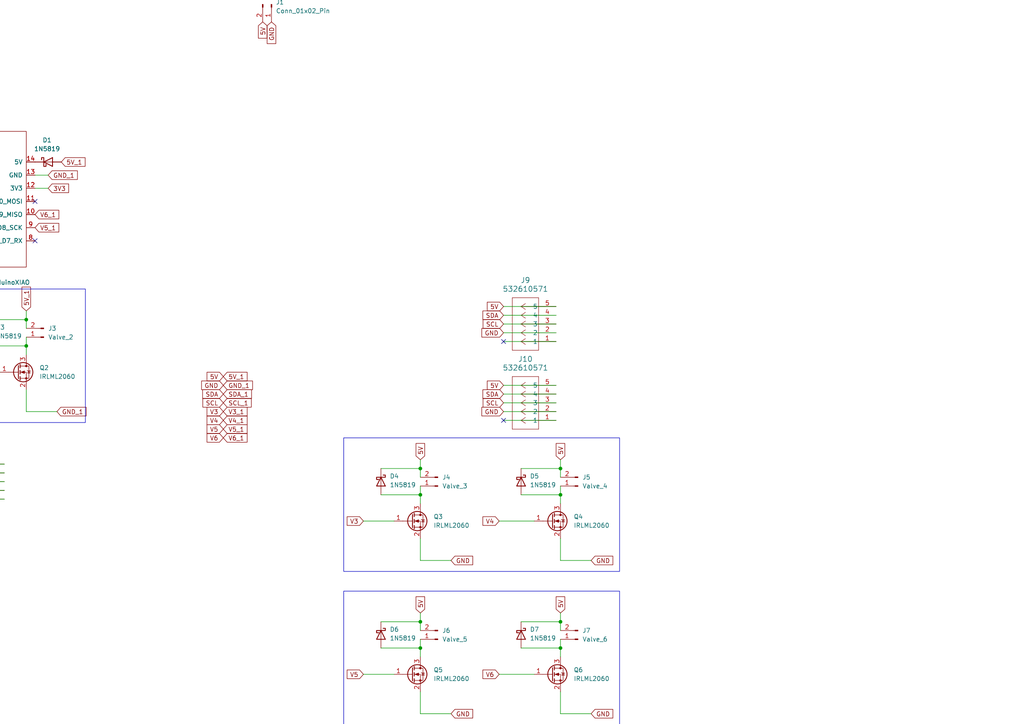
<source format=kicad_sch>
(kicad_sch (version 20250114) (generator "eeschema") (generator_version "9.0")
  (paper "A4")
  (lib_symbols
    (symbol "Connector:Conn_01x02_Pin" (pin_names (offset 1.016) (hide yes))
      (property "Reference" "J" (at 0 2.54 0))
      (property "Value" "Conn_01x02_Pin" (at 0 -5.08 0))
      (symbol "Conn_01x02_Pin_1_1"
        (rectangle (start 0.8636 0.127) (end 0 -0.127) (stroke (width 0.1524)) (fill (type outline)))
        (rectangle (start 0.8636 -2.413) (end 0 -2.667) (stroke (width 0.1524)) (fill (type outline)))
        (polyline (pts (xy 1.27 0) (xy 0.8636 0)) (stroke (width 0.1524)))
        (polyline (pts (xy 1.27 -2.54) (xy 0.8636 -2.54)) (stroke (width 0.1524)))
        (pin passive line (at 5.08 0 180) (length 3.81) (name "Pin_1") (number "1"))
        (pin passive line (at 5.08 -2.54 180) (length 3.81) (name "Pin_2") (number "2"))
      )
    )
    (symbol "Device:R" (pin_numbers (hide yes)) (pin_names (offset 0))
      (property "Reference" "R" (at 2.032 0 90))
      (property "Value" "R" (at 0 0 90))
      (symbol "R_0_1"
        (rectangle (start -1.016 -2.54) (end 1.016 2.54) (stroke (width 0.254)))
      )
      (symbol "R_1_1"
        (pin passive line (at 0 3.81 270) (length 1.27) (name "~") (number "1"))
        (pin passive line (at 0 -3.81 90) (length 1.27) (name "~") (number "2"))
      )
    )
    (symbol "Diode:1N5819" (pin_numbers (hide yes)) (pin_names (offset 1.016) (hide yes))
      (property "Reference" "D" (at 0 2.54 0))
      (property "Value" "1N5819" (at 0 -2.54 0))
      (symbol "1N5819_0_1"
        (polyline (pts (xy -1.905 0.635) (xy -1.905 1.27) (xy -1.27 1.27) (xy -1.27 -1.27) (xy -0.635 -1.27) (xy -0.635 -0.635)) (stroke (width 0.254)))
        (polyline (pts (xy 1.27 1.27) (xy 1.27 -1.27) (xy -1.27 0) (xy 1.27 1.27)) (stroke (width 0.254)))
        (polyline (pts (xy 1.27 0) (xy -1.27 0)))
      )
      (symbol "1N5819_1_1"
        (pin passive line (at -3.81 0 0) (length 2.54) (name "K") (number "1"))
        (pin passive line (at 3.81 0 180) (length 2.54) (name "A") (number "2"))
      )
    )
    (symbol "Driver_Haptic:532610571" (pin_names (offset 0.254))
      (property "Reference" "J" (at 8.89 6.35 0))
      (property "Value" "532610571" (at 0 0 0))
      (symbol "532610571_1_1"
        (polyline (pts (xy 5.08 2.54) (xy 5.08 -12.7)) (stroke (width 0.127)))
        (polyline (pts (xy 5.08 -12.7) (xy 12.7 -12.7)) (stroke (width 0.127)))
        (polyline (pts (xy 10.16 0) (xy 5.08 0)) (stroke (width 0.127)))
        (polyline (pts (xy 10.16 0) (xy 8.89 0.8467)) (stroke (width 0.127)))
        (polyline (pts (xy 10.16 0) (xy 8.89 -0.8467)) (stroke (width 0.127)))
        (polyline (pts (xy 10.16 -2.54) (xy 5.08 -2.54)) (stroke (width 0.127)))
        (polyline (pts (xy 10.16 -2.54) (xy 8.89 -1.6933)) (stroke (width 0.127)))
        (polyline (pts (xy 10.16 -2.54) (xy 8.89 -3.3867)) (stroke (width 0.127)))
        (polyline (pts (xy 10.16 -5.08) (xy 5.08 -5.08)) (stroke (width 0.127)))
        (polyline (pts (xy 10.16 -5.08) (xy 8.89 -4.2333)) (stroke (width 0.127)))
        (polyline (pts (xy 10.16 -5.08) (xy 8.89 -5.9267)) (stroke (width 0.127)))
        (polyline (pts (xy 10.16 -7.62) (xy 5.08 -7.62)) (stroke (width 0.127)))
        (polyline (pts (xy 10.16 -7.62) (xy 8.89 -6.7733)) (stroke (width 0.127)))
        (polyline (pts (xy 10.16 -7.62) (xy 8.89 -8.4667)) (stroke (width 0.127)))
        (polyline (pts (xy 10.16 -10.16) (xy 5.08 -10.16)) (stroke (width 0.127)))
        (polyline (pts (xy 10.16 -10.16) (xy 8.89 -9.3133)) (stroke (width 0.127)))
        (polyline (pts (xy 10.16 -10.16) (xy 8.89 -11.0067)) (stroke (width 0.127)))
        (polyline (pts (xy 12.7 2.54) (xy 5.08 2.54)) (stroke (width 0.127)))
        (polyline (pts (xy 12.7 -12.7) (xy 12.7 2.54)) (stroke (width 0.127)))
        (pin unspecified line (at 0 0 0) (length 5.08) (name "1") (number "1"))
        (pin unspecified line (at 0 -2.54 0) (length 5.08) (name "2") (number "2"))
        (pin unspecified line (at 0 -5.08 0) (length 5.08) (name "3") (number "3"))
        (pin unspecified line (at 0 -7.62 0) (length 5.08) (name "4") (number "4"))
        (pin unspecified line (at 0 -10.16 0) (length 5.08) (name "5") (number "5"))
      )
      (symbol "532610571_1_2"
        (polyline (pts (xy 5.08 2.54) (xy 5.08 -12.7)) (stroke (width 0.127)))
        (polyline (pts (xy 5.08 -12.7) (xy 12.7 -12.7)) (stroke (width 0.127)))
        (polyline (pts (xy 7.62 0) (xy 5.08 0)) (stroke (width 0.127)))
        (polyline (pts (xy 7.62 0) (xy 8.89 0.8467)) (stroke (width 0.127)))
        (polyline (pts (xy 7.62 0) (xy 8.89 -0.8467)) (stroke (width 0.127)))
        (polyline (pts (xy 7.62 -2.54) (xy 5.08 -2.54)) (stroke (width 0.127)))
        (polyline (pts (xy 7.62 -2.54) (xy 8.89 -1.6933)) (stroke (width 0.127)))
        (polyline (pts (xy 7.62 -2.54) (xy 8.89 -3.3867)) (stroke (width 0.127)))
        (polyline (pts (xy 7.62 -5.08) (xy 5.08 -5.08)) (stroke (width 0.127)))
        (polyline (pts (xy 7.62 -5.08) (xy 8.89 -4.2333)) (stroke (width 0.127)))
        (polyline (pts (xy 7.62 -5.08) (xy 8.89 -5.9267)) (stroke (width 0.127)))
        (polyline (pts (xy 7.62 -7.62) (xy 5.08 -7.62)) (stroke (width 0.127)))
        (polyline (pts (xy 7.62 -7.62) (xy 8.89 -6.7733)) (stroke (width 0.127)))
        (polyline (pts (xy 7.62 -7.62) (xy 8.89 -8.4667)) (stroke (width 0.127)))
        (polyline (pts (xy 7.62 -10.16) (xy 5.08 -10.16)) (stroke (width 0.127)))
        (polyline (pts (xy 7.62 -10.16) (xy 8.89 -9.3133)) (stroke (width 0.127)))
        (polyline (pts (xy 7.62 -10.16) (xy 8.89 -11.0067)) (stroke (width 0.127)))
        (polyline (pts (xy 12.7 2.54) (xy 5.08 2.54)) (stroke (width 0.127)))
        (polyline (pts (xy 12.7 -12.7) (xy 12.7 2.54)) (stroke (width 0.127)))
        (pin unspecified line (at 0 0 0) (length 5.08) (name "1") (number "1"))
        (pin unspecified line (at 0 -2.54 0) (length 5.08) (name "2") (number "2"))
        (pin unspecified line (at 0 -5.08 0) (length 5.08) (name "3") (number "3"))
        (pin unspecified line (at 0 -7.62 0) (length 5.08) (name "4") (number "4"))
        (pin unspecified line (at 0 -10.16 0) (length 5.08) (name "5") (number "5"))
      )
    )
    (symbol "Transistor_FET:IRLML2060" (pin_names (hide yes))
      (property "Reference" "Q" (at 5.08 1.905 0))
      (property "Value" "IRLML2060" (at 5.08 0 0))
      (symbol "IRLML2060_0_1"
        (polyline (pts (xy 0.254 1.905) (xy 0.254 -1.905)) (stroke (width 0.254)))
        (polyline (pts (xy 0.254 0) (xy -2.54 0)))
        (polyline (pts (xy 0.762 2.286) (xy 0.762 1.27)) (stroke (width 0.254)))
        (polyline (pts (xy 0.762 0.508) (xy 0.762 -0.508)) (stroke (width 0.254)))
        (polyline (pts (xy 0.762 -1.27) (xy 0.762 -2.286)) (stroke (width 0.254)))
        (polyline (pts (xy 0.762 -1.778) (xy 3.302 -1.778) (xy 3.302 1.778) (xy 0.762 1.778)))
        (polyline (pts (xy 1.016 0) (xy 2.032 0.381) (xy 2.032 -0.381) (xy 1.016 0)) (fill (type outline)))
        (circle (center 1.651 0) (radius 2.794) (stroke (width 0.254)))
        (polyline (pts (xy 2.54 2.54) (xy 2.54 1.778)))
        (circle (center 2.54 1.778) (radius 0.254) (fill (type outline)))
        (circle (center 2.54 -1.778) (radius 0.254) (fill (type outline)))
        (polyline (pts (xy 2.54 -2.54) (xy 2.54 0) (xy 0.762 0)))
        (polyline (pts (xy 2.794 0.508) (xy 2.921 0.381) (xy 3.683 0.381) (xy 3.81 0.254)))
        (polyline (pts (xy 3.302 0.381) (xy 2.921 -0.254) (xy 3.683 -0.254) (xy 3.302 0.381)))
      )
      (symbol "IRLML2060_1_1"
        (pin input line (at -5.08 0 0) (length 2.54) (name "G") (number "1"))
        (pin passive line (at 2.54 5.08 270) (length 2.54) (name "D") (number "3"))
        (pin passive line (at 2.54 -5.08 90) (length 2.54) (name "S") (number "2"))
      )
    )
    (symbol "Xiao:SeeeduinoXIAO" (pin_names (offset 1.016))
      (property "Reference" "U" (at -19.05 22.86 0))
      (property "Value" "SeeeduinoXIAO" (at -12.7 21.59 0))
      (symbol "SeeeduinoXIAO_0_1"
        (rectangle (start -19.05 20.32) (end 17.78 -19.05))
      )
      (symbol "SeeeduinoXIAO_1_1"
        (pin unspecified line (at -21.59 11.43 0) (length 2.54) (name "PA02_A0_D0") (number "1"))
        (pin unspecified line (at -21.59 7.62 0) (length 2.54) (name "PA4_A1_D1") (number "2"))
        (pin unspecified line (at -21.59 3.81 0) (length 2.54) (name "PA10_A2_D2") (number "3"))
        (pin unspecified line (at -21.59 0 0) (length 2.54) (name "PA11_A3_D3") (number "4"))
        (pin unspecified line (at -21.59 -3.81 0) (length 2.54) (name "PA8_A4_D4_SDA") (number "5"))
        (pin unspecified line (at -21.59 -7.62 0) (length 2.54) (name "PA9_A5_D5_SCL") (number "6"))
        (pin unspecified line (at -21.59 -11.43 0) (length 2.54) (name "PB08_A6_D6_TX") (number "7"))
        (pin input line (at -5.08 22.86 270) (length 2.54) (name "PA31_SWDIO") (number "17"))
        (pin input line (at -2.54 -21.59 90) (length 2.54) (name "5V") (number "15"))
        (pin input line (at -1.27 22.86 270) (length 2.54) (name "PA30_SWCLK") (number "18"))
        (pin input line (at 2.54 22.86 270) (length 2.54) (name "RESET") (number "19"))
        (pin input line (at 2.54 -21.59 90) (length 2.54) (name "GND") (number "16"))
        (pin input line (at 6.35 22.86 270) (length 2.54) (name "GND") (number "20"))
        (pin unspecified line (at 20.32 11.43 180) (length 2.54) (name "5V") (number "14"))
        (pin unspecified line (at 20.32 7.62 180) (length 2.54) (name "GND") (number "13"))
        (pin unspecified line (at 20.32 3.81 180) (length 2.54) (name "3V3") (number "12"))
        (pin unspecified line (at 20.32 0 180) (length 2.54) (name "PA6_A10_D10_MOSI") (number "11"))
        (pin unspecified line (at 20.32 -3.81 180) (length 2.54) (name "PA5_A9_D9_MISO") (number "10"))
        (pin unspecified line (at 20.32 -7.62 180) (length 2.54) (name "PA7_A8_D8_SCK") (number "9"))
        (pin unspecified line (at 20.32 -11.43 180) (length 2.54) (name "PB09_A7_D7_RX") (number "8"))
      )
    )
  )
  (rectangle (start -55.245 83.82) (end 24.765 122.555))
  (rectangle (start 99.695 127) (end 179.705 165.735))
  (rectangle (start 99.695 171.45) (end 179.705 210.185))
  (junction (at -39.37 66.04))
  (junction (at 121.92 187.96))
  (junction (at 121.92 135.89))
  (junction (at 162.56 143.51))
  (junction (at 162.56 135.89))
  (junction (at 121.92 180.34))
  (junction (at 7.62 92.71))
  (junction (at 121.92 143.51))
  (junction (at -33.02 100.33))
  (junction (at -33.02 92.71))
  (junction (at 7.62 100.33))
  (junction (at 162.56 187.96))
  (junction (at -46.99 62.23))
  (junction (at 162.56 180.34))
  (no_connect (at -12.7 80.01))
  (no_connect (at -31.75 69.85))
  (no_connect (at -11.43 35.56))
  (no_connect (at 146.05 99.06))
  (no_connect (at 10.16 69.85))
  (no_connect (at 146.05 121.92))
  (no_connect (at -15.24 35.56))
  (no_connect (at -13.97 144.78))
  (no_connect (at -7.62 35.56))
  (no_connect (at -3.81 35.56))
  (no_connect (at 10.16 58.42))
  (no_connect (at -7.62 80.01))
  (wire (pts (xy 7.62 113.03) (xy 7.62 119.38)))
  (wire (pts (xy 105.41 151.13) (xy 114.3 151.13)))
  (wire (pts (xy -33.02 100.33) (xy -33.02 102.87)))
  (wire (pts (xy 105.41 195.58) (xy 114.3 195.58)))
  (wire (pts (xy 162.56 133.35) (xy 162.56 135.89)))
  (wire (pts (xy 162.56 177.8) (xy 162.56 180.34)))
  (wire (pts (xy 161.29 88.9) (xy 146.05 88.9)))
  (wire (pts (xy 121.92 140.97) (xy 121.92 143.51)))
  (wire (pts (xy 121.92 187.96) (xy 121.92 190.5)))
  (wire (pts (xy 13.97 50.8) (xy 10.16 50.8)))
  (wire (pts (xy -49.53 107.95) (xy -40.64 107.95)))
  (wire (pts (xy 121.92 156.21) (xy 121.92 162.56)))
  (wire (pts (xy 110.49 187.96) (xy 121.92 187.96)))
  (wire (pts (xy 110.49 180.34) (xy 121.92 180.34)))
  (wire (pts (xy -33.02 113.03) (xy -33.02 119.38)))
  (wire (pts (xy 161.29 99.06) (xy 146.05 99.06)))
  (wire (pts (xy 162.56 180.34) (xy 162.56 182.88)))
  (wire (pts (xy 162.56 187.96) (xy 162.56 190.5)))
  (wire (pts (xy 1.27 139.7) (xy -13.97 139.7)))
  (wire (pts (xy 13.97 54.61) (xy 10.16 54.61)))
  (wire (pts (xy -10.16 107.95) (xy 0 107.95)))
  (wire (pts (xy 161.29 114.3) (xy 146.05 114.3)))
  (wire (pts (xy 121.92 185.42) (xy 121.92 187.96)))
  (wire (pts (xy 121.92 133.35) (xy 121.92 135.89)))
  (wire (pts (xy 1.27 144.78) (xy -13.97 144.78)))
  (wire (pts (xy 161.29 121.92) (xy 146.05 121.92)))
  (wire (pts (xy -3.81 92.71) (xy 7.62 92.71)))
  (wire (pts (xy 162.56 200.66) (xy 162.56 207.01)))
  (wire (pts (xy 162.56 135.89) (xy 162.56 138.43)))
  (wire (pts (xy 121.92 207.01) (xy 130.81 207.01)))
  (wire (pts (xy 151.13 143.51) (xy 162.56 143.51)))
  (wire (pts (xy 7.62 100.33) (xy 7.62 102.87)))
  (wire (pts (xy 7.62 90.17) (xy 7.62 92.71)))
  (wire (pts (xy -33.02 92.71) (xy -33.02 95.25)))
  (wire (pts (xy 121.92 162.56) (xy 130.81 162.56)))
  (wire (pts (xy 161.29 119.38) (xy 146.05 119.38)))
  (wire (pts (xy 7.62 97.79) (xy 7.62 100.33)))
  (wire (pts (xy 1.27 137.16) (xy -13.97 137.16)))
  (wire (pts (xy -44.45 100.33) (xy -33.02 100.33)))
  (wire (pts (xy -33.02 97.79) (xy -33.02 100.33)))
  (wire (pts (xy -49.53 62.23) (xy -46.99 62.23)))
  (wire (pts (xy 161.29 96.52) (xy 146.05 96.52)))
  (wire (pts (xy 162.56 140.97) (xy 162.56 143.51)))
  (wire (pts (xy -46.99 62.23) (xy -31.75 62.23)))
  (wire (pts (xy -33.02 90.17) (xy -33.02 92.71)))
  (wire (pts (xy 161.29 111.76) (xy 146.05 111.76)))
  (wire (pts (xy 121.92 200.66) (xy 121.92 207.01)))
  (wire (pts (xy 110.49 143.51) (xy 121.92 143.51)))
  (wire (pts (xy 144.78 195.58) (xy 154.94 195.58)))
  (wire (pts (xy 144.78 151.13) (xy 154.94 151.13)))
  (wire (pts (xy 162.56 185.42) (xy 162.56 187.96)))
  (wire (pts (xy 161.29 91.44) (xy 146.05 91.44)))
  (wire (pts (xy 7.62 92.71) (xy 7.62 95.25)))
  (wire (pts (xy -33.02 119.38) (xy -24.13 119.38)))
  (wire (pts (xy 162.56 156.21) (xy 162.56 162.56)))
  (wire (pts (xy 151.13 180.34) (xy 162.56 180.34)))
  (wire (pts (xy -3.81 100.33) (xy 7.62 100.33)))
  (wire (pts (xy -49.53 66.04) (xy -39.37 66.04)))
  (wire (pts (xy 161.29 93.98) (xy 146.05 93.98)))
  (wire (pts (xy 151.13 135.89) (xy 162.56 135.89)))
  (wire (pts (xy 121.92 180.34) (xy 121.92 182.88)))
  (wire (pts (xy 162.56 143.51) (xy 162.56 146.05)))
  (wire (pts (xy 1.27 142.24) (xy -13.97 142.24)))
  (wire (pts (xy 1.27 134.62) (xy -13.97 134.62)))
  (wire (pts (xy 121.92 177.8) (xy 121.92 180.34)))
  (wire (pts (xy 161.29 116.84) (xy 146.05 116.84)))
  (wire (pts (xy 162.56 162.56) (xy 171.45 162.56)))
  (wire (pts (xy 121.92 135.89) (xy 121.92 138.43)))
  (wire (pts (xy 121.92 143.51) (xy 121.92 146.05)))
  (wire (pts (xy 151.13 187.96) (xy 162.56 187.96)))
  (wire (pts (xy -39.37 66.04) (xy -31.75 66.04)))
  (wire (pts (xy 110.49 135.89) (xy 121.92 135.89)))
  (wire (pts (xy -44.45 92.71) (xy -33.02 92.71)))
  (wire (pts (xy 162.56 207.01) (xy 171.45 207.01)))
  (wire (pts (xy 7.62 119.38) (xy 16.51 119.38)))
  (global_label "GND" (shape input) (at 64.77 111.76 180) (property "Intersheetrefs" "${INTERSHEET_REFS}" (effects (hide yes))))
  (global_label "GND" (shape input) (at 130.81 162.56 0) (property "Intersheetrefs" "${INTERSHEET_REFS}" (effects (hide yes))))
  (global_label "V4_1" (shape input) (at 64.77 121.92 0) (property "Intersheetrefs" "${INTERSHEET_REFS}" (effects (hide yes))))
  (global_label "V6" (shape input) (at 144.78 195.58 180) (property "Intersheetrefs" "${INTERSHEET_REFS}" (effects (hide yes))))
  (global_label "3V3" (shape input) (at 13.97 54.61 0) (property "Intersheetrefs" "${INTERSHEET_REFS}" (effects (hide yes))))
  (global_label "SCL_1" (shape input) (at -49.53 66.04 180) (property "Intersheetrefs" "${INTERSHEET_REFS}" (effects (hide yes))))
  (global_label "V4" (shape input) (at 64.77 121.92 180) (property "Intersheetrefs" "${INTERSHEET_REFS}" (effects (hide yes))))
  (global_label "5V" (shape input) (at 64.77 109.22 180) (property "Intersheetrefs" "${INTERSHEET_REFS}" (effects (hide yes))))
  (global_label "5V" (shape input) (at 121.92 177.8 90) (property "Intersheetrefs" "${INTERSHEET_REFS}" (effects (hide yes))))
  (global_label "V6" (shape input) (at 64.77 127 180) (property "Intersheetrefs" "${INTERSHEET_REFS}" (effects (hide yes))))
  (global_label "SCL" (shape input) (at 146.05 116.84 180) (property "Intersheetrefs" "${INTERSHEET_REFS}" (effects (hide yes))))
  (global_label "GND" (shape input) (at 171.45 162.56 0) (property "Intersheetrefs" "${INTERSHEET_REFS}" (effects (hide yes))))
  (global_label "V3" (shape input) (at 105.41 151.13 180) (property "Intersheetrefs" "${INTERSHEET_REFS}" (effects (hide yes))))
  (global_label "V1" (shape input) (at -49.53 107.95 180) (property "Intersheetrefs" "${INTERSHEET_REFS}" (effects (hide yes))))
  (global_label "SCL" (shape input) (at 146.05 93.98 180) (property "Intersheetrefs" "${INTERSHEET_REFS}" (effects (hide yes))))
  (global_label "V5_1" (shape input) (at 10.16 66.04 0) (property "Intersheetrefs" "${INTERSHEET_REFS}" (effects (hide yes))))
  (global_label "GND_1" (shape input) (at 64.77 111.76 0) (property "Intersheetrefs" "${INTERSHEET_REFS}" (effects (hide yes))))
  (global_label "GND" (shape input) (at 130.81 207.01 0) (property "Intersheetrefs" "${INTERSHEET_REFS}" (effects (hide yes))))
  (global_label "5V_1" (shape input) (at -13.97 134.62 180) (property "Intersheetrefs" "${INTERSHEET_REFS}" (effects (hide yes))))
  (global_label "GND" (shape input) (at 78.74 6.35 270) (property "Intersheetrefs" "${INTERSHEET_REFS}" (effects (hide yes))))
  (global_label "GND_1" (shape input) (at 13.97 50.8 0) (property "Intersheetrefs" "${INTERSHEET_REFS}" (effects (hide yes))))
  (global_label "V4" (shape input) (at 144.78 151.13 180) (property "Intersheetrefs" "${INTERSHEET_REFS}" (effects (hide yes))))
  (global_label "3V3" (shape input) (at -39.37 58.42 90) (property "Intersheetrefs" "${INTERSHEET_REFS}" (effects (hide yes))))
  (global_label "5V" (shape input) (at 162.56 133.35 90) (property "Intersheetrefs" "${INTERSHEET_REFS}" (effects (hide yes))))
  (global_label "V3" (shape input) (at 64.77 119.38 180) (property "Intersheetrefs" "${INTERSHEET_REFS}" (effects (hide yes))))
  (global_label "V5_1" (shape input) (at 64.77 124.46 0) (property "Intersheetrefs" "${INTERSHEET_REFS}" (effects (hide yes))))
  (global_label "SCL_1" (shape input) (at 64.77 116.84 0) (property "Intersheetrefs" "${INTERSHEET_REFS}" (effects (hide yes))))
  (global_label "5V_1" (shape input) (at 64.77 109.22 0) (property "Intersheetrefs" "${INTERSHEET_REFS}" (effects (hide yes))))
  (global_label "V5" (shape input) (at 105.41 195.58 180) (property "Intersheetrefs" "${INTERSHEET_REFS}" (effects (hide yes))))
  (global_label "5V_1" (shape input) (at 17.78 46.99 0) (property "Intersheetrefs" "${INTERSHEET_REFS}" (effects (hide yes))))
  (global_label "GND_1" (shape input) (at 16.51 119.38 0) (property "Intersheetrefs" "${INTERSHEET_REFS}" (effects (hide yes))))
  (global_label "SDA" (shape input) (at 146.05 91.44 180) (property "Intersheetrefs" "${INTERSHEET_REFS}" (effects (hide yes))))
  (global_label "GND" (shape input) (at 146.05 119.38 180) (property "Intersheetrefs" "${INTERSHEET_REFS}" (effects (hide yes))))
  (global_label "SDA_1" (shape input) (at 64.77 114.3 0) (property "Intersheetrefs" "${INTERSHEET_REFS}" (effects (hide yes))))
  (global_label "GND" (shape input) (at 171.45 207.01 0) (property "Intersheetrefs" "${INTERSHEET_REFS}" (effects (hide yes))))
  (global_label "5V" (shape input) (at 146.05 111.76 180) (property "Intersheetrefs" "${INTERSHEET_REFS}" (effects (hide yes))))
  (global_label "GND_1" (shape input) (at -24.13 119.38 0) (property "Intersheetrefs" "${INTERSHEET_REFS}" (effects (hide yes))))
  (global_label "V1" (shape input) (at -31.75 46.99 180) (property "Intersheetrefs" "${INTERSHEET_REFS}" (effects (hide yes))))
  (global_label "SCL" (shape input) (at 64.77 116.84 180) (property "Intersheetrefs" "${INTERSHEET_REFS}" (effects (hide yes))))
  (global_label "5V" (shape input) (at 121.92 133.35 90) (property "Intersheetrefs" "${INTERSHEET_REFS}" (effects (hide yes))))
  (global_label "GND" (shape input) (at 146.05 96.52 180) (property "Intersheetrefs" "${INTERSHEET_REFS}" (effects (hide yes))))
  (global_label "SDA" (shape input) (at 64.77 114.3 180) (property "Intersheetrefs" "${INTERSHEET_REFS}" (effects (hide yes))))
  (global_label "5V" (shape input) (at 162.56 177.8 90) (property "Intersheetrefs" "${INTERSHEET_REFS}" (effects (hide yes))))
  (global_label "V6_1" (shape input) (at 64.77 127 0) (property "Intersheetrefs" "${INTERSHEET_REFS}" (effects (hide yes))))
  (global_label "SDA" (shape input) (at 146.05 114.3 180) (property "Intersheetrefs" "${INTERSHEET_REFS}" (effects (hide yes))))
  (global_label "5V_1" (shape input) (at 7.62 90.17 90) (property "Intersheetrefs" "${INTERSHEET_REFS}" (effects (hide yes))))
  (global_label "SDA_1" (shape input) (at -49.53 62.23 180) (property "Intersheetrefs" "${INTERSHEET_REFS}" (effects (hide yes))))
  (global_label "V5" (shape input) (at 64.77 124.46 180) (property "Intersheetrefs" "${INTERSHEET_REFS}" (effects (hide yes))))
  (global_label "V3_1" (shape input) (at -31.75 54.61 180) (property "Intersheetrefs" "${INTERSHEET_REFS}" (effects (hide yes))))
  (global_label "GND_1" (shape input) (at -13.97 142.24 180) (property "Intersheetrefs" "${INTERSHEET_REFS}" (effects (hide yes))))
  (global_label "V6_1" (shape input) (at 10.16 62.23 0) (property "Intersheetrefs" "${INTERSHEET_REFS}" (effects (hide yes))))
  (global_label "V2" (shape input) (at -31.75 50.8 180) (property "Intersheetrefs" "${INTERSHEET_REFS}" (effects (hide yes))))
  (global_label "V3_1" (shape input) (at 64.77 119.38 0) (property "Intersheetrefs" "${INTERSHEET_REFS}" (effects (hide yes))))
  (global_label "V2" (shape input) (at -10.16 107.95 180) (property "Intersheetrefs" "${INTERSHEET_REFS}" (effects (hide yes))))
  (global_label "5V" (shape input) (at 146.05 88.9 180) (property "Intersheetrefs" "${INTERSHEET_REFS}" (effects (hide yes))))
  (global_label "5V" (shape input) (at 76.2 6.35 270) (property "Intersheetrefs" "${INTERSHEET_REFS}" (effects (hide yes))))
  (global_label "SCL_1" (shape input) (at -13.97 139.7 180) (property "Intersheetrefs" "${INTERSHEET_REFS}" (effects (hide yes))))
  (global_label "5V_1" (shape input) (at -33.02 90.17 90) (property "Intersheetrefs" "${INTERSHEET_REFS}" (effects (hide yes))))
  (global_label "3V3" (shape input) (at -46.99 54.61 90) (property "Intersheetrefs" "${INTERSHEET_REFS}" (effects (hide yes))))
  (global_label "V4_1" (shape input) (at -31.75 58.42 180) (property "Intersheetrefs" "${INTERSHEET_REFS}" (effects (hide yes))))
  (global_label "SDA_1" (shape input) (at -13.97 137.16 180) (property "Intersheetrefs" "${INTERSHEET_REFS}" (effects (hide yes))))
  (symbol (lib_id "Transistor_FET:IRLML2060") (at 119.38 195.58 0) (unit 1)
    (property "Reference" "Q5" (at 125.73 194.31 0) (effects (justify left)))
    (property "Value" "IRLML2060" (at 125.73 196.85 0) (effects (justify left)))
    (property "Footprint" "Package_TO_SOT_SMD:SOT-23" (effects (hide yes)))
    (property "Datasheet" "https://www.infineon.com/dgdl/irlml2060pbf.pdf?fileId=5546d462533600a401535664b7fb25ee" (effects (hide yes)))
  )
  (symbol (lib_id "Xiao:SeeeduinoXIAO") (at -10.16 58.42 0) (unit 1)
    (property "Reference" "U2" (at -5.4259 79.375 0) (effects (justify left)))
    (property "Value" "SeeeduinoXIAO" (at -5.4259 81.915 0) (effects (justify left)))
    (property "Footprint" "XIAO-ESP32S3:XIAO-ESP32S3-SMD" (effects (hide yes)))
  )
  (symbol (lib_id "Transistor_FET:IRLML2060") (at -35.56 107.95 0) (unit 1)
    (property "Reference" "Q1" (at -29.21 106.68 0) (effects (justify left)))
    (property "Value" "IRLML2060" (at -29.21 109.22 0) (effects (justify left)))
    (property "Footprint" "Package_TO_SOT_SMD:SOT-23" (effects (hide yes)))
    (property "Datasheet" "https://www.infineon.com/dgdl/irlml2060pbf.pdf?fileId=5546d462533600a401535664b7fb25ee" (effects (hide yes)))
  )
  (symbol (lib_id "Driver_Haptic:532610571") (at 161.29 121.92 180) (unit 1)
    (property "Reference" "J10" (at 152.4 104.14 0) (effects (font (size 1.524 1.524))))
    (property "Value" "532610571" (at 152.4 106.68 0) (effects (font (size 1.524 1.524))))
    (property "Footprint" "Pneumatactors:CONN_532610001-SD_05_MOL" (effects (hide yes)))
    (property "Datasheet" "532610571" (effects (hide yes)))
  )
  (symbol (lib_id "Diode:1N5819") (at 110.49 139.7 270) (unit 1)
    (property "Reference" "D4" (at 113.03 138.1124 90) (effects (justify left)))
    (property "Value" "1N5819" (at 113.03 140.6524 90) (effects (justify left)))
    (property "Footprint" "Diode_SMD:D_SMA" (effects (hide yes)))
    (property "Datasheet" "http://www.vishay.com/docs/88525/1n5817.pdf" (effects (hide yes)))
    (property "Description" "40V 1A Schottky Barrier Rectifier Diode, DO-41" (effects (hide yes)))
    (property "Sim.Device" "D" (effects (hide yes)))
    (property "Sim.Pins" "1=K 2=A" (effects (hide yes)))
  )
  (symbol (lib_id "Driver_Haptic:532610571") (at 1.27 144.78 180) (unit 1)
    (property "Reference" "J8" (at -7.62 127 0) (effects (font (size 1.524 1.524))))
    (property "Value" "532610571" (at -7.62 129.54 0) (effects (font (size 1.524 1.524))))
    (property "Footprint" "Pneumatactors:CONN_532610001-SD_05_MOL" (effects (hide yes)))
    (property "Datasheet" "532610571" (effects (hide yes)))
  )
  (symbol (lib_id "Device:R") (at -39.37 62.23 180) (unit 1)
    (property "Reference" "R2" (at -36.83 60.9599 0) (effects (justify right)))
    (property "Value" "10k" (at -36.83 63.4999 0) (effects (justify right)))
    (property "Footprint" "Resistor_SMD:R_1206_3216Metric_Pad1.30x1.75mm_HandSolder" (effects (hide yes)))
    (property "Description" "Resistor" (effects (hide yes)))
  )
  (symbol (lib_id "Driver_Haptic:532610571") (at 161.29 99.06 180) (unit 1)
    (property "Reference" "J9" (at 152.4 81.28 0) (effects (font (size 1.524 1.524))))
    (property "Value" "532610571" (at 152.4 83.82 0) (effects (font (size 1.524 1.524))))
    (property "Footprint" "Pneumatactors:CONN_532610001-SD_05_MOL" (effects (hide yes)))
    (property "Datasheet" "532610571" (effects (hide yes)))
  )
  (symbol (lib_id "Connector:Conn_01x02_Pin") (at 127 185.42 180) (unit 1)
    (property "Reference" "J6" (at 128.27 182.8799 0) (effects (justify right)))
    (property "Value" "Valve_5" (at 128.27 185.4199 0) (effects (justify right)))
    (property "Footprint" "Pneumatactors:CONN02_533984002_MOL" (effects (hide yes)))
  )
  (symbol (lib_id "Diode:1N5819") (at -44.45 96.52 270) (unit 1)
    (property "Reference" "D2" (at -41.91 94.9324 90) (effects (justify left)))
    (property "Value" "1N5819" (at -41.91 97.4724 90) (effects (justify left)))
    (property "Footprint" "Diode_SMD:D_SMA" (effects (hide yes)))
    (property "Datasheet" "http://www.vishay.com/docs/88525/1n5817.pdf" (effects (hide yes)))
    (property "Description" "40V 1A Schottky Barrier Rectifier Diode, DO-41" (effects (hide yes)))
    (property "Sim.Device" "D" (effects (hide yes)))
    (property "Sim.Pins" "1=K 2=A" (effects (hide yes)))
  )
  (symbol (lib_id "Connector:Conn_01x02_Pin") (at 12.7 97.79 180) (unit 1)
    (property "Reference" "J3" (at 13.97 95.2499 0) (effects (justify right)))
    (property "Value" "Valve_2" (at 13.97 97.7899 0) (effects (justify right)))
    (property "Footprint" "Pneumatactors:CONN02_533984002_MOL" (effects (hide yes)))
  )
  (symbol (lib_id "Transistor_FET:IRLML2060") (at 5.08 107.95 0) (unit 1)
    (property "Reference" "Q2" (at 11.43 106.68 0) (effects (justify left)))
    (property "Value" "IRLML2060" (at 11.43 109.22 0) (effects (justify left)))
    (property "Footprint" "Package_TO_SOT_SMD:SOT-23" (effects (hide yes)))
    (property "Datasheet" "https://www.infineon.com/dgdl/irlml2060pbf.pdf?fileId=5546d462533600a401535664b7fb25ee" (effects (hide yes)))
  )
  (symbol (lib_id "Diode:1N5819") (at 13.97 46.99 0) (unit 1)
    (property "Reference" "D1" (at 13.6525 40.64 0))
    (property "Value" "1N5819" (at 13.6525 43.18 0))
    (property "Footprint" "Diode_SMD:D_SMA" (effects (hide yes)))
    (property "Datasheet" "http://www.vishay.com/docs/88525/1n5817.pdf" (effects (hide yes)))
    (property "Description" "40V 1A Schottky Barrier Rectifier Diode, DO-41" (effects (hide yes)))
    (property "Sim.Device" "D" (effects (hide yes)))
    (property "Sim.Pins" "1=K 2=A" (effects (hide yes)))
  )
  (symbol (lib_id "Diode:1N5819") (at -3.81 96.52 270) (unit 1)
    (property "Reference" "D3" (at -1.27 94.9324 90) (effects (justify left)))
    (property "Value" "1N5819" (at -1.27 97.4724 90) (effects (justify left)))
    (property "Footprint" "Diode_SMD:D_SMA" (effects (hide yes)))
    (property "Datasheet" "http://www.vishay.com/docs/88525/1n5817.pdf" (effects (hide yes)))
    (property "Description" "40V 1A Schottky Barrier Rectifier Diode, DO-41" (effects (hide yes)))
    (property "Sim.Device" "D" (effects (hide yes)))
    (property "Sim.Pins" "1=K 2=A" (effects (hide yes)))
  )
  (symbol (lib_id "Connector:Conn_01x02_Pin") (at 167.64 140.97 180) (unit 1)
    (property "Reference" "J5" (at 168.91 138.4299 0) (effects (justify right)))
    (property "Value" "Valve_4" (at 168.91 140.9699 0) (effects (justify right)))
    (property "Footprint" "Pneumatactors:CONN02_533984002_MOL" (effects (hide yes)))
  )
  (symbol (lib_id "Connector:Conn_01x02_Pin") (at 127 140.97 180) (unit 1)
    (property "Reference" "J4" (at 128.27 138.4299 0) (effects (justify right)))
    (property "Value" "Valve_3" (at 128.27 140.9699 0) (effects (justify right)))
    (property "Footprint" "Pneumatactors:CONN02_533984002_MOL" (effects (hide yes)))
  )
  (symbol (lib_id "Transistor_FET:IRLML2060") (at 119.38 151.13 0) (unit 1)
    (property "Reference" "Q3" (at 125.73 149.86 0) (effects (justify left)))
    (property "Value" "IRLML2060" (at 125.73 152.4 0) (effects (justify left)))
    (property "Footprint" "Package_TO_SOT_SMD:SOT-23" (effects (hide yes)))
    (property "Datasheet" "https://www.infineon.com/dgdl/irlml2060pbf.pdf?fileId=5546d462533600a401535664b7fb25ee" (effects (hide yes)))
  )
  (symbol (lib_id "Connector:Conn_01x02_Pin") (at 78.74 1.27 270) (unit 1)
    (property "Reference" "J1" (at 80.01 0.6349 90) (effects (justify left)))
    (property "Value" "Conn_01x02_Pin" (at 80.01 3.1749 90) (effects (justify left)))
    (property "Footprint" "Connector_PinHeader_2.54mm:PinHeader_1x02_P2.54mm_Vertical" (effects (hide yes)))
    (property "Description" "Generic connector, single row, 01x02, script generated" (effects (hide yes)))
  )
  (symbol (lib_id "Connector:Conn_01x02_Pin") (at 167.64 185.42 180) (unit 1)
    (property "Reference" "J7" (at 168.91 182.8799 0) (effects (justify right)))
    (property "Value" "Valve_6" (at 168.91 185.4199 0) (effects (justify right)))
    (property "Footprint" "Pneumatactors:CONN02_533984002_MOL" (effects (hide yes)))
  )
  (symbol (lib_id "Connector:Conn_01x02_Pin") (at -27.94 97.79 180) (unit 1)
    (property "Reference" "J2" (at -26.035 95.25 0) (effects (justify right)))
    (property "Value" "Valve_1" (at -26.035 97.79 0) (effects (justify right)))
    (property "Footprint" "Pneumatactors:CONN02_533984002_MOL" (effects (hide yes)))
  )
  (symbol (lib_id "Diode:1N5819") (at 151.13 139.7 270) (unit 1)
    (property "Reference" "D5" (at 153.67 138.1124 90) (effects (justify left)))
    (property "Value" "1N5819" (at 153.67 140.6524 90) (effects (justify left)))
    (property "Footprint" "Diode_SMD:D_SMA" (effects (hide yes)))
    (property "Datasheet" "http://www.vishay.com/docs/88525/1n5817.pdf" (effects (hide yes)))
    (property "Description" "40V 1A Schottky Barrier Rectifier Diode, DO-41" (effects (hide yes)))
    (property "Sim.Device" "D" (effects (hide yes)))
    (property "Sim.Pins" "1=K 2=A" (effects (hide yes)))
  )
  (symbol (lib_id "Transistor_FET:IRLML2060") (at 160.02 195.58 0) (unit 1)
    (property "Reference" "Q6" (at 166.37 194.31 0) (effects (justify left)))
    (property "Value" "IRLML2060" (at 166.37 196.85 0) (effects (justify left)))
    (property "Footprint" "Package_TO_SOT_SMD:SOT-23" (effects (hide yes)))
    (property "Datasheet" "https://www.infineon.com/dgdl/irlml2060pbf.pdf?fileId=5546d462533600a401535664b7fb25ee" (effects (hide yes)))
  )
  (symbol (lib_id "Transistor_FET:IRLML2060") (at 160.02 151.13 0) (unit 1)
    (property "Reference" "Q4" (at 166.37 149.86 0) (effects (justify left)))
    (property "Value" "IRLML2060" (at 166.37 152.4 0) (effects (justify left)))
    (property "Footprint" "Package_TO_SOT_SMD:SOT-23" (effects (hide yes)))
    (property "Datasheet" "https://www.infineon.com/dgdl/irlml2060pbf.pdf?fileId=5546d462533600a401535664b7fb25ee" (effects (hide yes)))
  )
  (symbol (lib_id "Diode:1N5819") (at 110.49 184.15 270) (unit 1)
    (property "Reference" "D6" (at 113.03 182.5624 90) (effects (justify left)))
    (property "Value" "1N5819" (at 113.03 185.1024 90) (effects (justify left)))
    (property "Footprint" "Diode_SMD:D_SMA" (effects (hide yes)))
    (property "Datasheet" "http://www.vishay.com/docs/88525/1n5817.pdf" (effects (hide yes)))
    (property "Description" "40V 1A Schottky Barrier Rectifier Diode, DO-41" (effects (hide yes)))
    (property "Sim.Device" "D" (effects (hide yes)))
    (property "Sim.Pins" "1=K 2=A" (effects (hide yes)))
  )
  (symbol (lib_id "Device:R") (at -46.99 58.42 180) (unit 1)
    (property "Reference" "R1" (at -44.45 57.1499 0) (effects (justify right)))
    (property "Value" "10k" (at -44.45 59.6899 0) (effects (justify right)))
    (property "Footprint" "Resistor_SMD:R_1206_3216Metric_Pad1.30x1.75mm_HandSolder" (effects (hide yes)))
    (property "Description" "Resistor" (effects (hide yes)))
  )
  (symbol (lib_id "Diode:1N5819") (at 151.13 184.15 270) (unit 1)
    (property "Reference" "D7" (at 153.67 182.5624 90) (effects (justify left)))
    (property "Value" "1N5819" (at 153.67 185.1024 90) (effects (justify left)))
    (property "Footprint" "Diode_SMD:D_SMA" (effects (hide yes)))
    (property "Datasheet" "http://www.vishay.com/docs/88525/1n5817.pdf" (effects (hide yes)))
    (property "Description" "40V 1A Schottky Barrier Rectifier Diode, DO-41" (effects (hide yes)))
    (property "Sim.Device" "D" (effects (hide yes)))
    (property "Sim.Pins" "1=K 2=A" (effects (hide yes)))
  )
)
</source>
